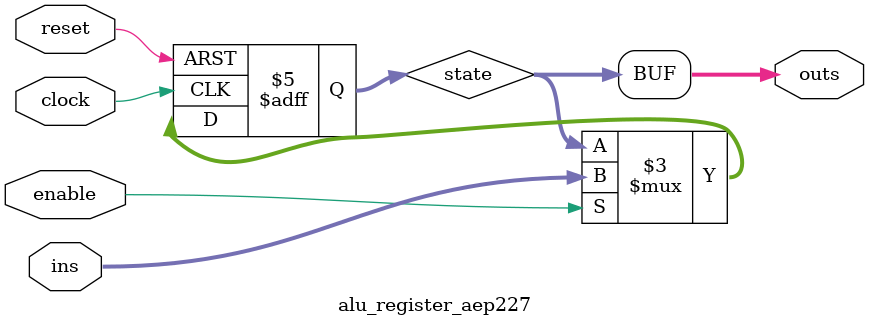
<source format=v>
/*
    Filename:    alu_register_aep227.v
    Author:      Addison Powell
    Date:        December 7, 2019
    Version:     2
    Description: An 8-bit register module modified from HW7 Problem 3
*/

module alu_register_aep227(clock, reset, enable, ins, outs);
    input        clock, reset, enable; //Reset is async active-low; enable is active-high
    input  [7:0] ins;
    output [7:0] outs;

    reg    [7:0] state;

    always@(posedge clock or negedge reset) begin
        if(~reset)
            state <= 8'd0;
        else if(enable)
            state <= ins;
    end

    assign outs = state;

endmodule
</source>
